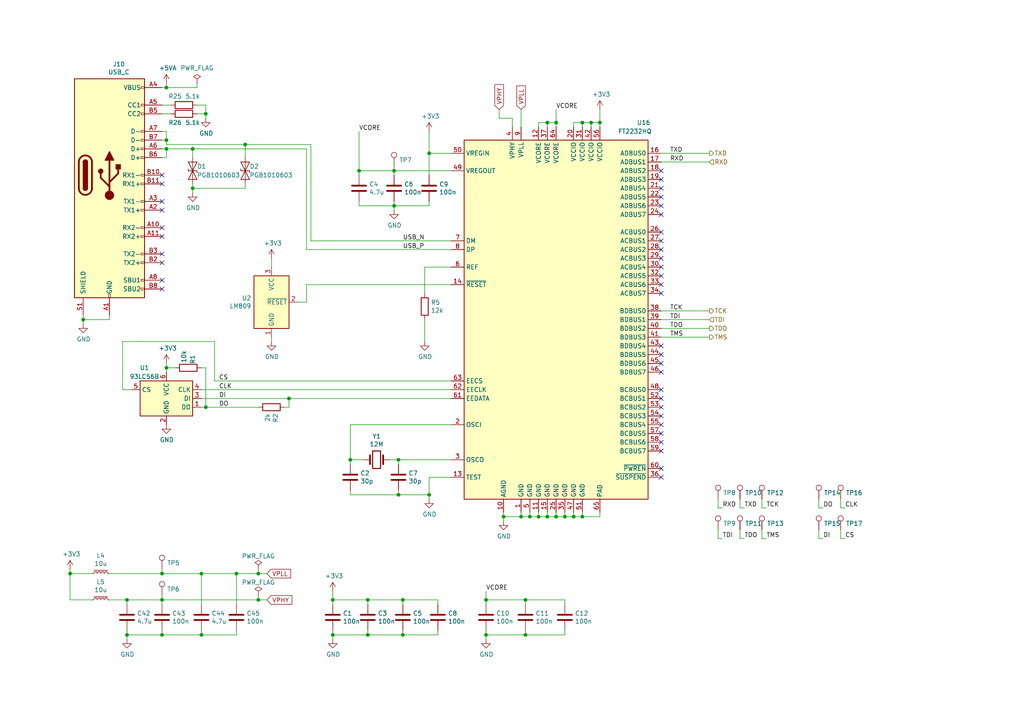
<source format=kicad_sch>
(kicad_sch (version 20250114) (generator "eeschema") (generator_version "9.0")
  (paper "A4")
  (title_block (title "TDS Transmitter - USB") (date "2025-02-17") (company "(C) 2025 ETH Zurich, Y. Acremann") (comment 1 "License:  GNU public license v. 3.0"))
  (lib_symbols
    (symbol "Connector:TestPoint" (pin_numbers (hide yes)) (pin_names (offset 0.762) (hide yes))
      (property "Reference" "TP" (at 0 6.858 0))
      (property "Value" "Connector_TestPoint" (at 0 5.08 0))
      (symbol "TestPoint_0_1"
        (circle (center 0 3.302) (radius 0.762))
      )
      (symbol "TestPoint_1_1"
        (pin passive line (at 0 0 90) (length 2.54) (name "1") (number "1"))
      )
    )
    (symbol "Device:C" (pin_numbers (hide yes)) (pin_names (offset 0.254))
      (property "Reference" "C" (at 0.635 2.54 0))
      (property "Value" "Device_C" (at 0.635 -2.54 0))
      (symbol "C_0_1"
        (polyline (pts (xy -2.032 0.762) (xy 2.032 0.762)) (stroke (width 0.508)))
        (polyline (pts (xy -2.032 -0.762) (xy 2.032 -0.762)) (stroke (width 0.508)))
      )
      (symbol "C_1_1"
        (pin passive line (at 0 3.81 270) (length 2.794) (name "~") (number "1"))
        (pin passive line (at 0 -3.81 90) (length 2.794) (name "~") (number "2"))
      )
    )
    (symbol "Device:Crystal" (pin_numbers (hide yes)) (pin_names (offset 1.016) (hide yes))
      (property "Reference" "Y" (at 0 3.81 0))
      (property "Value" "Device_Crystal" (at 0 -3.81 0))
      (symbol "Crystal_0_1"
        (polyline (pts (xy -2.54 0) (xy -1.905 0)))
        (polyline (pts (xy -1.905 -1.27) (xy -1.905 1.27)) (stroke (width 0.508)))
        (rectangle (start -1.143 2.54) (end 1.143 -2.54) (stroke (width 0.3048)))
        (polyline (pts (xy 1.905 -1.27) (xy 1.905 1.27)) (stroke (width 0.508)))
        (polyline (pts (xy 2.54 0) (xy 1.905 0)))
      )
      (symbol "Crystal_1_1"
        (pin passive line (at -3.81 0 0) (length 1.27) (name "1") (number "1"))
        (pin passive line (at 3.81 0 180) (length 1.27) (name "2") (number "2"))
      )
    )
    (symbol "Device:D_TVS" (pin_numbers (hide yes)) (pin_names (offset 1.016) (hide yes))
      (property "Reference" "D" (at 0 2.54 0))
      (property "Value" "Device_D_TVS" (at 0 -2.54 0))
      (symbol "D_TVS_0_1"
        (polyline (pts (xy -2.54 -1.27) (xy 0 0) (xy -2.54 1.27) (xy -2.54 -1.27)) (stroke (width 0.2032)))
        (polyline (pts (xy 0.508 1.27) (xy 0 1.27) (xy 0 -1.27) (xy -0.508 -1.27)) (stroke (width 0.2032)))
        (polyline (pts (xy 1.27 0) (xy -1.27 0)))
        (polyline (pts (xy 2.54 1.27) (xy 2.54 -1.27) (xy 0 0) (xy 2.54 1.27)) (stroke (width 0.2032)))
      )
      (symbol "D_TVS_1_1"
        (pin passive line (at -3.81 0 0) (length 2.54) (name "A1") (number "1"))
        (pin passive line (at 3.81 0 180) (length 2.54) (name "A2") (number "2"))
      )
    )
    (symbol "Device:L_Core_Ferrite_Small" (pin_numbers (hide yes)) (pin_names (offset 0.254) (hide yes))
      (property "Reference" "L" (at 1.27 1.016 0))
      (property "Value" "Device_L_Core_Ferrite_Small" (at 1.27 -1.27 0))
      (symbol "L_Core_Ferrite_Small_0_1"
        (arc (start 0 2.032) (mid 0.5058 1.524) (end 0 1.016))
        (arc (start 0 1.016) (mid 0.5058 0.508) (end 0 0))
        (arc (start 0 0) (mid 0.5058 -0.508) (end 0 -1.016))
        (arc (start 0 -1.016) (mid 0.5058 -1.524) (end 0 -2.032))
        (polyline (pts (xy 0.762 1.651) (xy 0.762 1.905)))
        (polyline (pts (xy 0.762 1.143) (xy 0.762 1.397)))
        (polyline (pts (xy 0.762 0.635) (xy 0.762 0.889)))
        (polyline (pts (xy 0.762 0.127) (xy 0.762 0.381)))
        (polyline (pts (xy 0.762 -0.381) (xy 0.762 -0.127)))
        (polyline (pts (xy 0.762 -0.889) (xy 0.762 -0.635)))
        (polyline (pts (xy 0.762 -1.397) (xy 0.762 -1.143)))
        (polyline (pts (xy 0.762 -1.905) (xy 0.762 -1.651)))
        (polyline (pts (xy 1.016 1.905) (xy 1.016 1.651)))
        (polyline (pts (xy 1.016 1.397) (xy 1.016 1.143)))
        (polyline (pts (xy 1.016 0.889) (xy 1.016 0.635)))
        (polyline (pts (xy 1.016 0.381) (xy 1.016 0.127)))
        (polyline (pts (xy 1.016 -0.127) (xy 1.016 -0.381)))
        (polyline (pts (xy 1.016 -0.635) (xy 1.016 -0.889)))
        (polyline (pts (xy 1.016 -1.143) (xy 1.016 -1.397)))
        (polyline (pts (xy 1.016 -1.651) (xy 1.016 -1.905)))
      )
      (symbol "L_Core_Ferrite_Small_1_1"
        (pin passive line (at 0 2.54 270) (length 0.508) (name "~") (number "1"))
        (pin passive line (at 0 -2.54 90) (length 0.508) (name "~") (number "2"))
      )
    )
    (symbol "Device:R" (pin_numbers (hide yes)) (pin_names (offset 0))
      (property "Reference" "R" (at 2.032 0 90))
      (property "Value" "Device_R" (at 0 0 90))
      (symbol "R_0_1"
        (rectangle (start -1.016 -2.54) (end 1.016 2.54) (stroke (width 0.254)))
      )
      (symbol "R_1_1"
        (pin passive line (at 0 3.81 270) (length 1.27) (name "~") (number "1"))
        (pin passive line (at 0 -3.81 90) (length 1.27) (name "~") (number "2"))
      )
    )
    (symbol "FT2232HQ:FT2232HQ"
      (property "Reference" "U" (at -26.67 53.34 0))
      (property "Value" "FT2232HQ" (at 19.05 53.34 0))
      (symbol "FT2232HQ_0_1"
        (rectangle (start -26.67 -52.07) (end 26.67 52.07) (stroke (width 0.254)) (fill (type background)))
      )
      (symbol "FT2232HQ_1_1"
        (pin power_in line (at -30.48 48.26 0) (length 3.81) (name "VREGIN") (number "50"))
        (pin power_out line (at -30.48 43.18 0) (length 3.81) (name "VREGOUT") (number "49"))
        (pin bidirectional line (at -30.48 22.86 0) (length 3.81) (name "DM") (number "7"))
        (pin bidirectional line (at -30.48 20.32 0) (length 3.81) (name "DP") (number "8"))
        (pin output line (at -30.48 15.24 0) (length 3.81) (name "REF") (number "6"))
        (pin input line (at -30.48 10.16 0) (length 3.81) (name "~{RESET}") (number "14"))
        (pin output line (at -30.48 -17.78 0) (length 3.81) (name "EECS") (number "63"))
        (pin output line (at -30.48 -20.32 0) (length 3.81) (name "EECLK") (number "62"))
        (pin bidirectional line (at -30.48 -22.86 0) (length 3.81) (name "EEDATA") (number "61"))
        (pin input line (at -30.48 -30.48 0) (length 3.81) (name "OSCI") (number "2"))
        (pin output line (at -30.48 -40.64 0) (length 3.81) (name "OSCO") (number "3"))
        (pin input line (at -30.48 -45.72 0) (length 3.81) (name "TEST") (number "13"))
        (pin power_in line (at -15.24 -55.88 90) (length 3.81) (name "AGND") (number "10"))
        (pin power_in line (at -12.7 55.88 270) (length 3.81) (name "VPHY") (number "4"))
        (pin input line (at -10.16 55.88 270) (length 3.81) (name "VPLL") (number "9"))
        (pin power_in line (at -10.16 -55.88 90) (length 3.81) (name "GND") (number "1"))
        (pin power_in line (at -7.62 -55.88 90) (length 3.81) (name "GND") (number "5"))
        (pin power_in line (at -5.08 55.88 270) (length 3.81) (name "VCORE") (number "12"))
        (pin power_in line (at -5.08 -55.88 90) (length 3.81) (name "GND") (number "11"))
        (pin power_in line (at -2.54 55.88 270) (length 3.81) (name "VCORE") (number "37"))
        (pin power_in line (at -2.54 -55.88 90) (length 3.81) (name "GND") (number "15"))
        (pin power_in line (at 0 55.88 270) (length 3.81) (name "VCORE") (number "64"))
        (pin power_in line (at 0 -55.88 90) (length 3.81) (name "GND") (number "25"))
        (pin power_in line (at 2.54 -55.88 90) (length 3.81) (name "GND") (number "35"))
        (pin power_in line (at 5.08 55.88 270) (length 3.81) (name "VCCIO") (number "20"))
        (pin power_in line (at 5.08 -55.88 90) (length 3.81) (name "GND") (number "47"))
        (pin power_in line (at 7.62 55.88 270) (length 3.81) (name "VCCIO") (number "31"))
        (pin power_in line (at 7.62 -55.88 90) (length 3.81) (name "GND") (number "51"))
        (pin power_in line (at 10.16 55.88 270) (length 3.81) (name "VCCIO") (number "42"))
        (pin power_in line (at 12.7 55.88 270) (length 3.81) (name "VCCIO") (number "56"))
        (pin power_in line (at 12.7 -55.88 90) (length 3.81) (name "PAD") (number "65"))
        (pin bidirectional line (at 30.48 48.26 180) (length 3.81) (name "ADBUS0") (number "16"))
        (pin bidirectional line (at 30.48 45.72 180) (length 3.81) (name "ADBUS1") (number "17"))
        (pin bidirectional line (at 30.48 43.18 180) (length 3.81) (name "ADBUS2") (number "18"))
        (pin bidirectional line (at 30.48 40.64 180) (length 3.81) (name "ADBUS3") (number "19"))
        (pin bidirectional line (at 30.48 38.1 180) (length 3.81) (name "ADBUS4") (number "21"))
        (pin bidirectional line (at 30.48 35.56 180) (length 3.81) (name "ADBUS5") (number "22"))
        (pin bidirectional line (at 30.48 33.02 180) (length 3.81) (name "ADBUS6") (number "23"))
        (pin bidirectional line (at 30.48 30.48 180) (length 3.81) (name "ADBUS7") (number "24"))
        (pin bidirectional line (at 30.48 25.4 180) (length 3.81) (name "ACBUS0") (number "26"))
        (pin bidirectional line (at 30.48 22.86 180) (length 3.81) (name "ACBUS1") (number "27"))
        (pin bidirectional line (at 30.48 20.32 180) (length 3.81) (name "ACBUS2") (number "28"))
        (pin bidirectional line (at 30.48 17.78 180) (length 3.81) (name "ACBUS3") (number "29"))
        (pin bidirectional line (at 30.48 15.24 180) (length 3.81) (name "ACBUS4") (number "30"))
        (pin bidirectional line (at 30.48 12.7 180) (length 3.81) (name "ACBUS5") (number "32"))
        (pin bidirectional line (at 30.48 10.16 180) (length 3.81) (name "ACBUS6") (number "33"))
        (pin bidirectional line (at 30.48 7.62 180) (length 3.81) (name "ACBUS7") (number "34"))
        (pin bidirectional line (at 30.48 2.54 180) (length 3.81) (name "BDBUS0") (number "38"))
        (pin bidirectional line (at 30.48 0 180) (length 3.81) (name "BDBUS1") (number "39"))
        (pin bidirectional line (at 30.48 -2.54 180) (length 3.81) (name "BDBUS2") (number "40"))
        (pin bidirectional line (at 30.48 -5.08 180) (length 3.81) (name "BDBUS3") (number "41"))
        (pin bidirectional line (at 30.48 -7.62 180) (length 3.81) (name "BDBUS4") (number "43"))
        (pin bidirectional line (at 30.48 -10.16 180) (length 3.81) (name "BDBUS5") (number "44"))
        (pin bidirectional line (at 30.48 -12.7 180) (length 3.81) (name "BDBUS6") (number "45"))
        (pin bidirectional line (at 30.48 -15.24 180) (length 3.81) (name "BDBUS7") (number "46"))
        (pin bidirectional line (at 30.48 -20.32 180) (length 3.81) (name "BCBUS0") (number "48"))
        (pin bidirectional line (at 30.48 -22.86 180) (length 3.81) (name "BCBUS1") (number "52"))
        (pin bidirectional line (at 30.48 -25.4 180) (length 3.81) (name "BCBUS2") (number "53"))
        (pin bidirectional line (at 30.48 -27.94 180) (length 3.81) (name "BCBUS3") (number "54"))
        (pin bidirectional line (at 30.48 -30.48 180) (length 3.81) (name "BCBUS4") (number "55"))
        (pin bidirectional line (at 30.48 -33.02 180) (length 3.81) (name "BCBUS5") (number "57"))
        (pin bidirectional line (at 30.48 -35.56 180) (length 3.81) (name "BCBUS6") (number "58"))
        (pin bidirectional line (at 30.48 -38.1 180) (length 3.81) (name "BCBUS7") (number "59"))
        (pin output line (at 30.48 -43.18 180) (length 3.81) (name "~{PWREN}") (number "60"))
        (pin output line (at 30.48 -45.72 180) (length 3.81) (name "~{SUSPEND}") (number "36"))
      )
    )
    (symbol "Memory_EEPROM:93LCxxBxxOT"
      (property "Reference" "U" (at -6.35 6.35 0))
      (property "Value" "Memory_EEPROM_93LCxxBxxOT" (at 7.62 -6.35 0))
      (symbol "93LCxxBxxOT_0_1"
        (rectangle (start -7.62 5.08) (end 7.62 -5.08) (stroke (width 0.254)) (fill (type background)))
      )
      (symbol "93LCxxBxxOT_1_1"
        (pin input line (at -10.16 2.54 0) (length 2.54) (name "CS") (number "5"))
        (pin power_in line (at 0 7.62 270) (length 2.54) (name "VCC") (number "6"))
        (pin power_in line (at 0 -7.62 90) (length 2.54) (name "GND") (number "2"))
        (pin input line (at 10.16 2.54 180) (length 2.54) (name "CLK") (number "4"))
        (pin input line (at 10.16 0 180) (length 2.54) (name "DI") (number "3"))
        (pin tri_state line (at 10.16 -2.54 180) (length 2.54) (name "DO") (number "1"))
      )
    )
    (symbol "Power_Supervisor:LM809"
      (property "Reference" "U" (at 2.54 12.7 0))
      (property "Value" "Power_Supervisor_LM809" (at 5.08 10.16 0))
      (symbol "LM809_0_1"
        (rectangle (start 5.08 7.62) (end -5.08 -7.62) (stroke (width 0.254)) (fill (type background)))
      )
      (symbol "LM809_1_1"
        (pin power_in line (at 0 10.16 270) (length 2.54) (name "VCC") (number "3"))
        (pin power_in line (at 0 -10.16 90) (length 2.54) (name "GND") (number "1"))
        (pin output line (at 7.62 0 180) (length 2.54) (name "~{RESET}") (number "2"))
      )
    )
    (symbol "Transmitter-rescue:USB_C_Receptacle-Connector" (pin_names (offset 1.016))
      (property "Reference" "J" (at -10.16 29.21 0))
      (property "Value" "USB_C_Receptacle-Connector" (at 10.16 29.21 0))
      (symbol "USB_C_Receptacle-Connector_0_0"
        (rectangle (start -0.254 -35.56) (end 0.254 -34.544))
        (rectangle (start 10.16 25.654) (end 9.144 25.146))
        (rectangle (start 10.16 20.574) (end 9.144 20.066))
        (rectangle (start 10.16 18.034) (end 9.144 17.526))
        (rectangle (start 10.16 12.954) (end 9.144 12.446))
        (rectangle (start 10.16 10.414) (end 9.144 9.906))
        (rectangle (start 10.16 7.874) (end 9.144 7.366))
        (rectangle (start 10.16 5.334) (end 9.144 4.826))
        (rectangle (start 10.16 0.254) (end 9.144 -0.254))
        (rectangle (start 10.16 -2.286) (end 9.144 -2.794))
        (rectangle (start 10.16 -7.366) (end 9.144 -7.874))
        (rectangle (start 10.16 -9.906) (end 9.144 -10.414))
        (rectangle (start 10.16 -14.986) (end 9.144 -15.494))
        (rectangle (start 10.16 -17.526) (end 9.144 -18.034))
        (rectangle (start 10.16 -22.606) (end 9.144 -23.114))
        (rectangle (start 10.16 -25.146) (end 9.144 -25.654))
        (rectangle (start 10.16 -30.226) (end 9.144 -30.734))
        (rectangle (start 10.16 -32.766) (end 9.144 -33.274))
      )
      (symbol "USB_C_Receptacle-Connector_0_1"
        (rectangle (start -10.16 27.94) (end 10.16 -35.56) (stroke (width 0.254)) (fill (type background)))
        (polyline (pts (xy -8.89 -3.81) (xy -8.89 3.81)) (stroke (width 0.508)))
        (rectangle (start -7.62 -3.81) (end -6.35 3.81) (stroke (width 0.254)) (fill (type outline)))
        (arc (start -7.62 3.81) (mid -6.985 4.4422) (end -6.35 3.81) (stroke (width 0.254)))
        (arc (start -7.62 3.81) (mid -6.985 4.4422) (end -6.35 3.81) (stroke (width 0.254)) (fill (type outline)))
        (arc (start -8.89 3.81) (mid -6.985 5.7066) (end -5.08 3.81) (stroke (width 0.508)))
        (arc (start -5.08 -3.81) (mid -6.985 -5.7066) (end -8.89 -3.81) (stroke (width 0.508)))
        (arc (start -6.35 -3.81) (mid -6.985 -4.4422) (end -7.62 -3.81) (stroke (width 0.254)))
        (arc (start -6.35 -3.81) (mid -6.985 -4.4422) (end -7.62 -3.81) (stroke (width 0.254)) (fill (type outline)))
        (polyline (pts (xy -5.08 3.81) (xy -5.08 -3.81)) (stroke (width 0.508)))
      )
      (symbol "USB_C_Receptacle-Connector_1_1"
        (circle (center -2.54 1.143) (radius 0.635) (stroke (width 0.254)) (fill (type outline)))
        (polyline (pts (xy -1.27 4.318) (xy 0 6.858) (xy 1.27 4.318) (xy -1.27 4.318)) (stroke (width 0.254)) (fill (type outline)))
        (polyline (pts (xy 0 -2.032) (xy 2.54 0.508) (xy 2.54 1.778)) (stroke (width 0.508)))
        (polyline (pts (xy 0 -3.302) (xy -2.54 -0.762) (xy -2.54 0.508)) (stroke (width 0.508)))
        (polyline (pts (xy 0 -5.842) (xy 0 4.318)) (stroke (width 0.508)))
        (circle (center 0 -5.842) (radius 1.27) (fill (type outline)))
        (rectangle (start 1.905 1.778) (end 3.175 3.048) (stroke (width 0.254)) (fill (type outline)))
        (pin passive line (at -7.62 -40.64 90) (length 5.08) (name "SHIELD") (number "S1"))
        (pin power_in line (at 0 -40.64 90) (length 5.08) (name "GND") (number "A1"))
        (pin passive line (at 0 -40.64 90) (length 5.08) (hide yes) (name "GND") (number "A12"))
        (pin passive line (at 0 -40.64 90) (length 5.08) (hide yes) (name "GND") (number "B1"))
        (pin passive line (at 0 -40.64 90) (length 5.08) (hide yes) (name "GND") (number "B12"))
        (pin power_in line (at 15.24 25.4 180) (length 5.08) (name "VBUS") (number "A4"))
        (pin passive line (at 15.24 25.4 180) (length 5.08) (hide yes) (name "VBUS") (number "A9"))
        (pin passive line (at 15.24 25.4 180) (length 5.08) (hide yes) (name "VBUS") (number "B4"))
        (pin passive line (at 15.24 25.4 180) (length 5.08) (hide yes) (name "VBUS") (number "B9"))
        (pin bidirectional line (at 15.24 20.32 180) (length 5.08) (name "CC1") (number "A5"))
        (pin bidirectional line (at 15.24 17.78 180) (length 5.08) (name "CC2") (number "B5"))
        (pin bidirectional line (at 15.24 12.7 180) (length 5.08) (name "D-") (number "A7"))
        (pin bidirectional line (at 15.24 10.16 180) (length 5.08) (name "D-") (number "B7"))
        (pin bidirectional line (at 15.24 7.62 180) (length 5.08) (name "D+") (number "A6"))
        (pin bidirectional line (at 15.24 5.08 180) (length 5.08) (name "D+") (number "B6"))
        (pin bidirectional line (at 15.24 0 180) (length 5.08) (name "RX1-") (number "B10"))
        (pin bidirectional line (at 15.24 -2.54 180) (length 5.08) (name "RX1+") (number "B11"))
        (pin bidirectional line (at 15.24 -7.62 180) (length 5.08) (name "TX1-") (number "A3"))
        (pin bidirectional line (at 15.24 -10.16 180) (length 5.08) (name "TX1+") (number "A2"))
        (pin bidirectional line (at 15.24 -15.24 180) (length 5.08) (name "RX2-") (number "A10"))
        (pin bidirectional line (at 15.24 -17.78 180) (length 5.08) (name "RX2+") (number "A11"))
        (pin bidirectional line (at 15.24 -22.86 180) (length 5.08) (name "TX2-") (number "B3"))
        (pin bidirectional line (at 15.24 -25.4 180) (length 5.08) (name "TX2+") (number "B2"))
        (pin bidirectional line (at 15.24 -30.48 180) (length 5.08) (name "SBU1") (number "A8"))
        (pin bidirectional line (at 15.24 -33.02 180) (length 5.08) (name "SBU2") (number "B8"))
      )
    )
    (symbol "power:+3.3V" (power) (pin_names (offset 0))
      (property "Value" "power_+3.3V" (at 0 3.556 0))
      (symbol "+3.3V_0_1"
        (polyline (pts (xy -0.762 1.27) (xy 0 2.54)))
        (polyline (pts (xy 0 2.54) (xy 0.762 1.27)))
        (polyline (pts (xy 0 0) (xy 0 2.54)))
      )
      (symbol "+3.3V_1_1"
        (pin power_in line (at 0 0 90) (length 0) (hide yes) (name "+3V3") (number "1"))
      )
    )
    (symbol "power:+5VA" (power) (pin_names (offset 0))
      (property "Value" "power_+5VA" (at 0 3.556 0))
      (symbol "+5VA_0_1"
        (polyline (pts (xy -0.762 1.27) (xy 0 2.54)))
        (polyline (pts (xy 0 2.54) (xy 0.762 1.27)))
        (polyline (pts (xy 0 0) (xy 0 2.54)))
      )
      (symbol "+5VA_1_1"
        (pin power_in line (at 0 0 90) (length 0) (hide yes) (name "+5VA") (number "1"))
      )
    )
    (symbol "power:GND" (power) (pin_names (offset 0))
      (property "Value" "power_GND" (at 0 -3.81 0))
      (symbol "GND_0_1"
        (polyline (pts (xy 0 0) (xy 0 -1.27) (xy 1.27 -1.27) (xy 0 -2.54) (xy -1.27 -1.27) (xy 0 -1.27)))
      )
      (symbol "GND_1_1"
        (pin power_in line (at 0 0 270) (length 0) (hide yes) (name "GND") (number "1"))
      )
    )
    (symbol "power:PWR_FLAG" (power) (pin_numbers (hide yes)) (pin_names (offset 0) (hide yes))
      (property "Value" "power_PWR_FLAG" (at 0 3.81 0))
      (symbol "PWR_FLAG_0_0"
        (pin power_out line (at 0 0 90) (length 0) (name "pwr") (number "1"))
      )
      (symbol "PWR_FLAG_0_1"
        (polyline (pts (xy 0 0) (xy 0 1.27) (xy -1.016 1.905) (xy 0 2.54) (xy 1.016 1.905) (xy 0 1.27)))
      )
    )
  )
  (junction (at 46.99 173.99))
  (junction (at 158.75 35.56))
  (junction (at 20.32 166.37))
  (junction (at 116.84 173.99))
  (junction (at 55.88 54.61))
  (junction (at 140.97 184.15))
  (junction (at 168.91 35.56))
  (junction (at 55.88 43.18))
  (junction (at 115.57 143.51))
  (junction (at 115.57 133.35))
  (junction (at 166.37 149.86))
  (junction (at 36.83 184.15))
  (junction (at 146.05 149.86))
  (junction (at 96.52 173.99))
  (junction (at 153.67 149.86))
  (junction (at 59.69 33.02))
  (junction (at 48.26 25.4))
  (junction (at 48.26 43.18))
  (junction (at 161.29 149.86))
  (junction (at 124.46 44.45))
  (junction (at 124.46 143.51))
  (junction (at 48.26 40.64))
  (junction (at 171.45 35.56))
  (junction (at 36.83 173.99))
  (junction (at 168.91 149.86))
  (junction (at 106.68 173.99))
  (junction (at 46.99 166.37))
  (junction (at 152.4 184.15))
  (junction (at 152.4 173.99))
  (junction (at 161.29 35.56))
  (junction (at 48.26 106.68))
  (junction (at 163.83 149.86))
  (junction (at 71.12 41.91))
  (junction (at 46.99 184.15))
  (junction (at 114.3 49.53))
  (junction (at 58.42 184.15))
  (junction (at 114.3 59.69))
  (junction (at 74.93 166.37))
  (junction (at 106.68 184.15))
  (junction (at 158.75 149.86))
  (junction (at 59.69 118.11))
  (junction (at 173.99 35.56))
  (junction (at 68.58 166.37))
  (junction (at 101.6 133.35))
  (junction (at 151.13 149.86))
  (junction (at 24.13 92.71))
  (junction (at 140.97 173.99))
  (junction (at 116.84 184.15))
  (junction (at 83.82 115.57))
  (junction (at 74.93 173.99))
  (junction (at 156.21 149.86))
  (junction (at 58.42 166.37))
  (junction (at 96.52 184.15))
  (junction (at 104.14 49.53))
  (no_connect (at 191.77 118.11))
  (no_connect (at 191.77 80.01))
  (no_connect (at 191.77 62.23))
  (no_connect (at 191.77 67.31))
  (no_connect (at 46.99 58.42))
  (no_connect (at 191.77 105.41))
  (no_connect (at 46.99 81.28))
  (no_connect (at 191.77 115.57))
  (no_connect (at 46.99 50.8))
  (no_connect (at 191.77 113.03))
  (no_connect (at 191.77 128.27))
  (no_connect (at 46.99 73.66))
  (no_connect (at 46.99 83.82))
  (no_connect (at 46.99 68.58))
  (no_connect (at 191.77 74.93))
  (no_connect (at 191.77 52.07))
  (no_connect (at 191.77 85.09))
  (no_connect (at 191.77 138.43))
  (no_connect (at 46.99 76.2))
  (no_connect (at 46.99 53.34))
  (no_connect (at 191.77 120.65))
  (no_connect (at 191.77 57.15))
  (no_connect (at 191.77 54.61))
  (no_connect (at 191.77 130.81))
  (no_connect (at 191.77 72.39))
  (no_connect (at 191.77 135.89))
  (no_connect (at 191.77 69.85))
  (no_connect (at 46.99 66.04))
  (no_connect (at 191.77 77.47))
  (no_connect (at 191.77 123.19))
  (no_connect (at 191.77 100.33))
  (no_connect (at 191.77 107.95))
  (no_connect (at 191.77 125.73))
  (no_connect (at 191.77 49.53))
  (no_connect (at 46.99 60.96))
  (no_connect (at 191.77 102.87))
  (no_connect (at 191.77 82.55))
  (no_connect (at 191.77 59.69))
  (wire (pts (xy 74.93 166.37) (xy 77.47 166.37)))
  (wire (pts (xy 24.13 92.71) (xy 31.75 92.71)))
  (wire (pts (xy 101.6 133.35) (xy 105.41 133.35)))
  (wire (pts (xy 161.29 148.59) (xy 161.29 149.86)))
  (wire (pts (xy 68.58 182.88) (xy 68.58 184.15)))
  (wire (pts (xy 57.15 24.13) (xy 57.15 25.4)))
  (wire (pts (xy 48.26 43.18) (xy 48.26 45.72)))
  (wire (pts (xy 71.12 41.91) (xy 90.17 41.91)))
  (wire (pts (xy 214.63 147.32) (xy 215.9 147.32)))
  (wire (pts (xy 48.26 40.64) (xy 46.99 40.64)))
  (wire (pts (xy 57.15 30.48) (xy 59.69 30.48)))
  (wire (pts (xy 62.23 110.49) (xy 130.81 110.49)))
  (wire (pts (xy 46.99 184.15) (xy 36.83 184.15)))
  (wire (pts (xy 48.26 41.91) (xy 48.26 40.64)))
  (wire (pts (xy 151.13 36.83) (xy 151.13 31.75)))
  (wire (pts (xy 46.99 172.72) (xy 46.99 173.99)))
  (wire (pts (xy 163.83 184.15) (xy 152.4 184.15)))
  (wire (pts (xy 59.69 30.48) (xy 59.69 33.02)))
  (wire (pts (xy 106.68 184.15) (xy 116.84 184.15)))
  (wire (pts (xy 140.97 173.99) (xy 140.97 175.26)))
  (wire (pts (xy 116.84 173.99) (xy 106.68 173.99)))
  (wire (pts (xy 130.81 69.85) (xy 90.17 69.85)))
  (wire (pts (xy 101.6 123.19) (xy 130.81 123.19)))
  (wire (pts (xy 158.75 36.83) (xy 158.75 35.56)))
  (wire (pts (xy 88.9 72.39) (xy 130.81 72.39)))
  (wire (pts (xy 46.99 182.88) (xy 46.99 184.15)))
  (wire (pts (xy 123.19 77.47) (xy 123.19 85.09)))
  (wire (pts (xy 62.23 99.06) (xy 62.23 110.49)))
  (wire (pts (xy 191.77 46.99) (xy 205.74 46.99)))
  (wire (pts (xy 123.19 92.71) (xy 123.19 99.06)))
  (wire (pts (xy 124.46 44.45) (xy 130.81 44.45)))
  (wire (pts (xy 104.14 58.42) (xy 104.14 59.69)))
  (wire (pts (xy 209.55 147.32) (xy 208.28 147.32)))
  (wire (pts (xy 140.97 171.45) (xy 140.97 173.99)))
  (wire (pts (xy 24.13 91.44) (xy 24.13 92.71)))
  (wire (pts (xy 20.32 166.37) (xy 20.32 173.99)))
  (wire (pts (xy 140.97 184.15) (xy 140.97 185.42)))
  (wire (pts (xy 46.99 166.37) (xy 58.42 166.37)))
  (wire (pts (xy 48.26 25.4) (xy 46.99 25.4)))
  (wire (pts (xy 171.45 36.83) (xy 171.45 35.56)))
  (wire (pts (xy 55.88 43.18) (xy 88.9 43.18)))
  (wire (pts (xy 46.99 173.99) (xy 46.99 175.26)))
  (wire (pts (xy 124.46 138.43) (xy 124.46 143.51)))
  (wire (pts (xy 114.3 49.53) (xy 130.81 49.53)))
  (wire (pts (xy 83.82 115.57) (xy 58.42 115.57)))
  (wire (pts (xy 36.83 173.99) (xy 36.83 175.26)))
  (wire (pts (xy 46.99 43.18) (xy 48.26 43.18)))
  (wire (pts (xy 148.59 34.29) (xy 144.78 34.29)))
  (wire (pts (xy 168.91 148.59) (xy 168.91 149.86)))
  (wire (pts (xy 96.52 185.42) (xy 96.52 184.15)))
  (wire (pts (xy 191.77 97.79) (xy 205.74 97.79)))
  (wire (pts (xy 127 184.15) (xy 116.84 184.15)))
  (wire (pts (xy 113.03 133.35) (xy 115.57 133.35)))
  (wire (pts (xy 36.83 184.15) (xy 36.83 185.42)))
  (wire (pts (xy 151.13 148.59) (xy 151.13 149.86)))
  (wire (pts (xy 115.57 142.24) (xy 115.57 143.51)))
  (wire (pts (xy 127 182.88) (xy 127 184.15)))
  (wire (pts (xy 74.93 165.1) (xy 74.93 166.37)))
  (wire (pts (xy 220.98 147.32) (xy 222.25 147.32)))
  (wire (pts (xy 48.26 41.91) (xy 71.12 41.91)))
  (wire (pts (xy 55.88 45.72) (xy 55.88 43.18)))
  (wire (pts (xy 243.84 147.32) (xy 245.11 147.32)))
  (wire (pts (xy 124.46 44.45) (xy 124.46 50.8)))
  (wire (pts (xy 116.84 182.88) (xy 116.84 184.15)))
  (wire (pts (xy 144.78 34.29) (xy 144.78 31.75)))
  (wire (pts (xy 130.81 77.47) (xy 123.19 77.47)))
  (wire (pts (xy 140.97 173.99) (xy 152.4 173.99)))
  (wire (pts (xy 48.26 24.13) (xy 48.26 25.4)))
  (wire (pts (xy 114.3 59.69) (xy 114.3 60.96)))
  (wire (pts (xy 173.99 36.83) (xy 173.99 35.56)))
  (wire (pts (xy 163.83 149.86) (xy 163.83 148.59)))
  (wire (pts (xy 48.26 106.68) (xy 48.26 107.95)))
  (wire (pts (xy 31.75 92.71) (xy 31.75 91.44)))
  (wire (pts (xy 156.21 148.59) (xy 156.21 149.86)))
  (wire (pts (xy 88.9 82.55) (xy 130.81 82.55)))
  (wire (pts (xy 168.91 36.83) (xy 168.91 35.56)))
  (wire (pts (xy 82.55 118.11) (xy 83.82 118.11)))
  (wire (pts (xy 35.56 99.06) (xy 62.23 99.06)))
  (wire (pts (xy 101.6 143.51) (xy 115.57 143.51)))
  (wire (pts (xy 48.26 43.18) (xy 55.88 43.18)))
  (wire (pts (xy 36.83 173.99) (xy 46.99 173.99)))
  (wire (pts (xy 208.28 153.67) (xy 208.28 156.21)))
  (wire (pts (xy 166.37 148.59) (xy 166.37 149.86)))
  (wire (pts (xy 59.69 33.02) (xy 59.69 34.29)))
  (wire (pts (xy 152.4 182.88) (xy 152.4 184.15)))
  (wire (pts (xy 31.75 166.37) (xy 46.99 166.37)))
  (wire (pts (xy 114.3 58.42) (xy 114.3 59.69)))
  (wire (pts (xy 83.82 118.11) (xy 83.82 115.57)))
  (wire (pts (xy 163.83 182.88) (xy 163.83 184.15)))
  (wire (pts (xy 166.37 149.86) (xy 163.83 149.86)))
  (wire (pts (xy 83.82 115.57) (xy 130.81 115.57)))
  (wire (pts (xy 161.29 31.75) (xy 161.29 35.56)))
  (wire (pts (xy 35.56 99.06) (xy 35.56 113.03)))
  (wire (pts (xy 163.83 149.86) (xy 161.29 149.86)))
  (wire (pts (xy 146.05 149.86) (xy 146.05 151.13)))
  (wire (pts (xy 124.46 59.69) (xy 114.3 59.69)))
  (wire (pts (xy 106.68 173.99) (xy 96.52 173.99)))
  (wire (pts (xy 115.57 133.35) (xy 115.57 134.62)))
  (wire (pts (xy 116.84 175.26) (xy 116.84 173.99)))
  (wire (pts (xy 55.88 54.61) (xy 55.88 55.88)))
  (wire (pts (xy 168.91 149.86) (xy 166.37 149.86)))
  (wire (pts (xy 237.49 144.78) (xy 237.49 147.32)))
  (wire (pts (xy 74.93 172.72) (xy 74.93 173.99)))
  (wire (pts (xy 58.42 166.37) (xy 68.58 166.37)))
  (wire (pts (xy 208.28 156.21) (xy 209.55 156.21)))
  (wire (pts (xy 88.9 43.18) (xy 88.9 72.39)))
  (wire (pts (xy 173.99 149.86) (xy 168.91 149.86)))
  (wire (pts (xy 68.58 175.26) (xy 68.58 166.37)))
  (wire (pts (xy 114.3 48.26) (xy 114.3 49.53)))
  (wire (pts (xy 161.29 149.86) (xy 158.75 149.86)))
  (wire (pts (xy 156.21 149.86) (xy 153.67 149.86)))
  (wire (pts (xy 208.28 147.32) (xy 208.28 144.78)))
  (wire (pts (xy 38.1 113.03) (xy 35.56 113.03)))
  (wire (pts (xy 90.17 41.91) (xy 90.17 69.85)))
  (wire (pts (xy 148.59 36.83) (xy 148.59 34.29)))
  (wire (pts (xy 71.12 53.34) (xy 71.12 54.61)))
  (wire (pts (xy 140.97 184.15) (xy 152.4 184.15)))
  (wire (pts (xy 68.58 184.15) (xy 58.42 184.15)))
  (wire (pts (xy 78.74 99.06) (xy 78.74 97.79)))
  (wire (pts (xy 48.26 38.1) (xy 48.26 40.64)))
  (wire (pts (xy 57.15 33.02) (xy 59.69 33.02)))
  (wire (pts (xy 46.99 173.99) (xy 74.93 173.99)))
  (wire (pts (xy 237.49 147.32) (xy 238.76 147.32)))
  (wire (pts (xy 71.12 41.91) (xy 71.12 45.72)))
  (wire (pts (xy 24.13 92.71) (xy 24.13 93.98)))
  (wire (pts (xy 106.68 175.26) (xy 106.68 173.99)))
  (wire (pts (xy 50.8 106.68) (xy 48.26 106.68)))
  (wire (pts (xy 36.83 182.88) (xy 36.83 184.15)))
  (wire (pts (xy 48.26 105.41) (xy 48.26 106.68)))
  (wire (pts (xy 46.99 38.1) (xy 48.26 38.1)))
  (wire (pts (xy 146.05 148.59) (xy 146.05 149.86)))
  (wire (pts (xy 58.42 106.68) (xy 59.69 106.68)))
  (wire (pts (xy 48.26 45.72) (xy 46.99 45.72)))
  (wire (pts (xy 127 175.26) (xy 127 173.99)))
  (wire (pts (xy 58.42 118.11) (xy 59.69 118.11)))
  (wire (pts (xy 55.88 53.34) (xy 55.88 54.61)))
  (wire (pts (xy 243.84 153.67) (xy 243.84 156.21)))
  (wire (pts (xy 58.42 182.88) (xy 58.42 184.15)))
  (wire (pts (xy 191.77 44.45) (xy 205.74 44.45)))
  (wire (pts (xy 106.68 182.88) (xy 106.68 184.15)))
  (wire (pts (xy 46.99 165.1) (xy 46.99 166.37)))
  (wire (pts (xy 68.58 166.37) (xy 74.93 166.37)))
  (wire (pts (xy 86.36 87.63) (xy 88.9 87.63)))
  (wire (pts (xy 191.77 92.71) (xy 205.74 92.71)))
  (wire (pts (xy 58.42 184.15) (xy 46.99 184.15)))
  (wire (pts (xy 115.57 133.35) (xy 130.81 133.35)))
  (wire (pts (xy 88.9 87.63) (xy 88.9 82.55)))
  (wire (pts (xy 153.67 149.86) (xy 151.13 149.86)))
  (wire (pts (xy 46.99 33.02) (xy 49.53 33.02)))
  (wire (pts (xy 166.37 35.56) (xy 168.91 35.56)))
  (wire (pts (xy 124.46 143.51) (xy 124.46 144.78)))
  (wire (pts (xy 171.45 35.56) (xy 173.99 35.56)))
  (wire (pts (xy 237.49 153.67) (xy 237.49 156.21)))
  (wire (pts (xy 104.14 38.1) (xy 104.14 49.53)))
  (wire (pts (xy 101.6 142.24) (xy 101.6 143.51)))
  (wire (pts (xy 168.91 35.56) (xy 171.45 35.56)))
  (wire (pts (xy 163.83 173.99) (xy 163.83 175.26)))
  (wire (pts (xy 220.98 156.21) (xy 222.25 156.21)))
  (wire (pts (xy 151.13 149.86) (xy 146.05 149.86)))
  (wire (pts (xy 59.69 118.11) (xy 74.93 118.11)))
  (wire (pts (xy 20.32 173.99) (xy 26.67 173.99)))
  (wire (pts (xy 152.4 173.99) (xy 152.4 175.26)))
  (wire (pts (xy 58.42 113.03) (xy 130.81 113.03)))
  (wire (pts (xy 166.37 36.83) (xy 166.37 35.56)))
  (wire (pts (xy 124.46 44.45) (xy 124.46 38.1)))
  (wire (pts (xy 49.53 30.48) (xy 46.99 30.48)))
  (wire (pts (xy 140.97 182.88) (xy 140.97 184.15)))
  (wire (pts (xy 124.46 138.43) (xy 130.81 138.43)))
  (wire (pts (xy 104.14 49.53) (xy 104.14 50.8)))
  (wire (pts (xy 124.46 58.42) (xy 124.46 59.69)))
  (wire (pts (xy 101.6 133.35) (xy 101.6 134.62)))
  (wire (pts (xy 237.49 156.21) (xy 238.76 156.21)))
  (wire (pts (xy 152.4 173.99) (xy 163.83 173.99)))
  (wire (pts (xy 20.32 165.1) (xy 20.32 166.37)))
  (wire (pts (xy 220.98 144.78) (xy 220.98 147.32)))
  (wire (pts (xy 173.99 148.59) (xy 173.99 149.86)))
  (wire (pts (xy 127 173.99) (xy 116.84 173.99)))
  (wire (pts (xy 156.21 35.56) (xy 158.75 35.56)))
  (wire (pts (xy 214.63 156.21) (xy 215.9 156.21)))
  (wire (pts (xy 191.77 90.17) (xy 205.74 90.17)))
  (wire (pts (xy 115.57 143.51) (xy 124.46 143.51)))
  (wire (pts (xy 214.63 153.67) (xy 214.63 156.21)))
  (wire (pts (xy 191.77 95.25) (xy 205.74 95.25)))
  (wire (pts (xy 96.52 175.26) (xy 96.52 173.99)))
  (wire (pts (xy 114.3 49.53) (xy 104.14 49.53)))
  (wire (pts (xy 78.74 74.93) (xy 78.74 77.47)))
  (wire (pts (xy 158.75 149.86) (xy 158.75 148.59)))
  (wire (pts (xy 71.12 54.61) (xy 55.88 54.61)))
  (wire (pts (xy 58.42 166.37) (xy 58.42 175.26)))
  (wire (pts (xy 104.14 59.69) (xy 114.3 59.69)))
  (wire (pts (xy 243.84 156.21) (xy 245.11 156.21)))
  (wire (pts (xy 161.29 35.56) (xy 161.29 36.83)))
  (wire (pts (xy 214.63 144.78) (xy 214.63 147.32)))
  (wire (pts (xy 158.75 35.56) (xy 161.29 35.56)))
  (wire (pts (xy 153.67 149.86) (xy 153.67 148.59)))
  (wire (pts (xy 59.69 106.68) (xy 59.69 118.11)))
  (wire (pts (xy 96.52 184.15) (xy 106.68 184.15)))
  (wire (pts (xy 173.99 35.56) (xy 173.99 31.75)))
  (wire (pts (xy 101.6 123.19) (xy 101.6 133.35)))
  (wire (pts (xy 96.52 173.99) (xy 96.52 171.45)))
  (wire (pts (xy 74.93 173.99) (xy 77.47 173.99)))
  (wire (pts (xy 156.21 36.83) (xy 156.21 35.56)))
  (wire (pts (xy 114.3 50.8) (xy 114.3 49.53)))
  (wire (pts (xy 96.52 182.88) (xy 96.52 184.15)))
  (wire (pts (xy 243.84 144.78) (xy 243.84 147.32)))
  (wire (pts (xy 158.75 149.86) (xy 156.21 149.86)))
  (wire (pts (xy 220.98 153.67) (xy 220.98 156.21)))
  (wire (pts (xy 57.15 25.4) (xy 48.26 25.4)))
  (wire (pts (xy 31.75 173.99) (xy 36.83 173.99)))
  (wire (pts (xy 20.32 166.37) (xy 26.67 166.37)))
  (label "TMS" (at 194.31 97.79 0))
  (label "VCORE" (at 140.97 171.45 0))
  (label "RXD" (at 194.31 46.99 0))
  (label "VCORE" (at 161.29 31.75 0))
  (label "TXD" (at 194.31 44.45 0))
  (label "VCORE" (at 104.14 38.1 0))
  (label "DO" (at 238.76 147.32 0))
  (label "TCK" (at 194.31 90.17 0))
  (label "DI" (at 63.5 115.57 0))
  (label "CLK" (at 63.5 113.03 0))
  (label "TDO" (at 215.9 156.21 0))
  (label "CS" (at 245.11 156.21 0))
  (label "CS" (at 63.5 110.49 0))
  (label "USB_P" (at 116.84 72.39 0))
  (label "DI" (at 238.76 156.21 0))
  (label "TCK" (at 222.25 147.32 0))
  (label "TDI" (at 209.55 156.21 0))
  (label "TXD" (at 215.9 147.32 0))
  (label "CLK" (at 245.11 147.32 0))
  (label "TDI" (at 194.31 92.71 0))
  (label "TMS" (at 222.25 156.21 0))
  (label "DO" (at 63.5 118.11 0))
  (label "TDO" (at 194.31 95.25 0))
  (label "USB_N" (at 116.84 69.85 0))
  (label "RXD" (at 209.55 147.32 0))
  (global_label "VPHY" (shape input) (at 77.47 173.99 0) (property "Intersheetrefs" "${INTERSHEET_REFS}" (effects (hide yes))))
  (global_label "VPHY" (shape input) (at 144.78 31.75 90) (property "Intersheetrefs" "${INTERSHEET_REFS}" (effects (hide yes))))
  (global_label "VPLL" (shape input) (at 151.13 31.75 90) (property "Intersheetrefs" "${INTERSHEET_REFS}" (effects (hide yes))))
  (global_label "VPLL" (shape input) (at 77.47 166.37 0) (property "Intersheetrefs" "${INTERSHEET_REFS}" (effects (hide yes))))
  (hierarchical_label "TDI" (shape input) (at 205.74 92.71 0))
  (hierarchical_label "TDO" (shape output) (at 205.74 95.25 0))
  (hierarchical_label "TCK" (shape output) (at 205.74 90.17 0))
  (hierarchical_label "RXD" (shape input) (at 205.74 46.99 0))
  (hierarchical_label "TMS" (shape output) (at 205.74 97.79 0))
  (hierarchical_label "TXD" (shape output) (at 205.74 44.45 0))
  (symbol (lib_id "power:GND") (at 24.13 93.98 0) (unit 1)
    (property "Reference" "#PWR0101" (effects (hide yes)))
    (property "Value" "GND" (at 24.257 98.3742 0))
  )
  (symbol (lib_id "power:+3.3V") (at 173.99 31.75 0) (unit 1)
    (property "Reference" "#PWR0115" (effects (hide yes)))
    (property "Value" "+3V3" (at 174.371 27.3558 0))
  )
  (symbol (lib_id "power:+3.3V") (at 96.52 171.45 0) (unit 1)
    (property "Reference" "#PWR0116" (effects (hide yes)))
    (property "Value" "+3V3" (at 96.901 167.0558 0))
  )
  (symbol (lib_id "power:+3.3V") (at 48.26 105.41 0) (unit 1)
    (property "Reference" "#PWR0117" (effects (hide yes)))
    (property "Value" "+3V3" (at 48.641 101.0158 0))
  )
  (symbol (lib_id "Device:D_TVS") (at 71.12 49.53 270) (unit 1)
    (property "Reference" "D2" (at 72.39 48.26 90) (effects (justify left)))
    (property "Value" "PGB1010603" (at 72.39 50.8 90) (effects (justify left)))
    (property "Footprint" "Diode_SMD:D_0603_1608Metric" (effects (hide yes)))
    (property "Lieferant" "Mouser" (effects (hide yes)))
    (property "Bestellnummer" "576-PGB1010603NRHF " (effects (hide yes)))
    (property "Url" "https://www.mouser.de/ProductDetail/Littelfuse/PGB1010603NRHF/?qs=%2Fha2pyFadughwx0xFJNw0xW%252BmMPJ1p40TQaMbmDIA2Kr98wnJNY4PZm999PxtOqO" (effects (hide yes)))
  )
  (symbol (lib_id "Device:D_TVS") (at 55.88 49.53 270) (unit 1)
    (property "Reference" "D1" (at 57.15 48.26 90) (effects (justify left)))
    (property "Value" "PGB1010603" (at 57.15 50.8 90) (effects (justify left)))
    (property "Footprint" "Diode_SMD:D_0603_1608Metric" (effects (hide yes)))
    (property "Lieferant" "Mouser" (effects (hide yes)))
    (property "Bestellnummer" "576-PGB1010603NRHF " (effects (hide yes)))
    (property "Url" "https://www.mouser.de/ProductDetail/Littelfuse/PGB1010603NRHF/?qs=%2Fha2pyFadughwx0xFJNw0xW%252BmMPJ1p40TQaMbmDIA2Kr98wnJNY4PZm999PxtOqO" (effects (hide yes)))
  )
  (symbol (lib_id "power:GND") (at 140.97 185.42 0) (unit 1)
    (property "Reference" "#PWR0108" (effects (hide yes)))
    (property "Value" "GND" (at 141.097 189.8142 0))
  )
  (symbol (lib_id "power:GND") (at 96.52 185.42 0) (unit 1)
    (property "Reference" "#PWR0109" (effects (hide yes)))
    (property "Value" "GND" (at 96.647 189.8142 0))
  )
  (symbol (lib_id "Memory_EEPROM:93LCxxBxxOT") (at 48.26 115.57 0) (unit 1)
    (property "Reference" "U1" (at 41.91 106.68 0))
    (property "Value" "93LC56B" (at 41.91 109.22 0))
    (property "Footprint" "Package_TO_SOT_SMD:SOT-23-6" (effects (hide yes)))
    (property "Datasheet" "http://ww1.microchip.com/downloads/en/DeviceDoc/20001749K.pdf" (effects (hide yes)))
    (property "Lieferant" "Mouser" (effects (hide yes)))
    (property "Bestellnummer" "579-93LC56BT-I/OT" (effects (hide yes)))
    (property "Url" "https://www.mouser.de/ProductDetail/Microchip-Technology/93LC56BT-I-OT/?qs=%2Fha2pyFadugFVX7%2Fkebss2ih2bBDBDnxlpM25xrtZvH3B40grcYCvA%3D%3D" (effects (hide yes)))
  )
  (symbol (lib_id "power:GND") (at 55.88 55.88 0) (unit 1)
    (property "Reference" "#PWR0103" (effects (hide yes)))
    (property "Value" "GND" (at 56.007 60.2742 0))
  )
  (symbol (lib_id "Device:R") (at 123.19 88.9 0) (unit 1)
    (property "Reference" "R5" (at 124.968 87.7316 0) (effects (justify left)))
    (property "Value" "12k" (at 124.968 90.043 0) (effects (justify left)))
    (property "Footprint" "Resistor_SMD:R_0603_1608Metric" (effects (hide yes)))
  )
  (symbol (lib_id "Device:R") (at 78.74 118.11 270) (unit 1)
    (property "Reference" "R2" (at 79.9084 119.888 0) (effects (justify left)))
    (property "Value" "2k" (at 77.597 119.888 0) (effects (justify left)))
    (property "Footprint" "Resistor_SMD:R_0603_1608Metric" (effects (hide yes)))
  )
  (symbol (lib_id "power:GND") (at 48.26 123.19 0) (unit 1)
    (property "Reference" "#PWR0110" (effects (hide yes)))
    (property "Value" "GND" (at 48.387 127.5842 0))
  )
  (symbol (lib_id "Device:C") (at 124.46 54.61 0) (unit 1)
    (property "Reference" "C9" (at 127.381 53.4416 0) (effects (justify left)))
    (property "Value" "100n" (at 127.381 55.753 0) (effects (justify left)))
    (property "Footprint" "Capacitor_SMD:C_0603_1608Metric" (effects (hide yes)))
  )
  (symbol (lib_id "Device:C") (at 114.3 54.61 0) (unit 1)
    (property "Reference" "C6" (at 117.221 53.4416 0) (effects (justify left)))
    (property "Value" "100n" (at 117.221 55.753 0) (effects (justify left)))
    (property "Footprint" "Capacitor_SMD:C_0603_1608Metric" (effects (hide yes)))
  )
  (symbol (lib_id "Device:C") (at 104.14 54.61 0) (unit 1)
    (property "Reference" "C4" (at 107.061 53.4416 0) (effects (justify left)))
    (property "Value" "4.7u" (at 107.061 55.753 0) (effects (justify left)))
    (property "Footprint" "Capacitor_SMD:C_0603_1608Metric" (effects (hide yes)))
    (property "Lieferant" "Mouser" (effects (hide yes)))
    (property "Bestellnummer" "963-GMK107BBJ475KA-T" (effects (hide yes)))
    (property "Url" "https://www.mouser.de/ProductDetail/Taiyo-Yuden/GMK107BBJ475KA-T/?qs=%2Fha2pyFadugfgsXIlkotQ35AD3ne621I1MSZNVbMsIejWIrBcvQl4hNYahLfVeFF" (effects (hide yes)))
  )
  (symbol (lib_id "Device:R") (at 54.61 106.68 270) (unit 1)
    (property "Reference" "R1" (at 55.88 102.87 0) (effects (justify left)))
    (property "Value" "10k" (at 53.34 101.6 0) (effects (justify left)))
    (property "Footprint" "Resistor_SMD:R_0603_1608Metric" (effects (hide yes)))
  )
  (symbol (lib_id "power:GND") (at 114.3 60.96 0) (unit 1)
    (property "Reference" "#PWR0106" (effects (hide yes)))
    (property "Value" "GND" (at 114.427 65.3542 0))
  )
  (symbol (lib_id "power:+3.3V") (at 124.46 38.1 0) (unit 1)
    (property "Reference" "#PWR0107" (effects (hide yes)))
    (property "Value" "+3V3" (at 124.841 33.7058 0))
  )
  (symbol (lib_id "Device:Crystal") (at 109.22 133.35 0) (unit 1)
    (property "Reference" "Y1" (at 109.22 126.5428 0))
    (property "Value" "12M" (at 109.22 128.8542 0))
    (property "Footprint" "Crystal:Crystal_SMD_5032-2Pin_5.0x3.2mm" (effects (hide yes)))
    (property "Datasheet" "https://www.mouser.ch/datasheet/2/115/diodes_inc_diod-s-a0003385864-1-1749043.pdf" (effects (hide yes)))
    (property "Lieferant" "Mouser" (effects (hide yes)))
    (property "Bestellnummer" "729-F91200083 " (effects (hide yes)))
    (property "Url" "https://www.mouser.de/ProductDetail/Diodes-Incorporated/F91200083/?qs=%2Fha2pyFaduhf4hYGvekZYKr%2FzFT1chlDDHonGX%2FnDMXTmUjWDNp4bA%3D%3D" (effects (hide yes)))
  )
  (symbol (lib_id "Device:C") (at 96.52 179.07 0) (unit 1)
    (property "Reference" "C1" (at 99.441 177.9016 0) (effects (justify left)))
    (property "Value" "100n" (at 99.441 180.213 0) (effects (justify left)))
    (property "Footprint" "Capacitor_SMD:C_0603_1608Metric" (effects (hide yes)))
  )
  (symbol (lib_id "power:GND") (at 124.46 144.78 0) (unit 1)
    (property "Reference" "#PWR0112" (effects (hide yes)))
    (property "Value" "GND" (at 124.587 149.1742 0))
  )
  (symbol (lib_id "Device:C") (at 101.6 138.43 0) (unit 1)
    (property "Reference" "C2" (at 104.521 137.2616 0) (effects (justify left)))
    (property "Value" "30p" (at 104.521 139.573 0) (effects (justify left)))
    (property "Footprint" "Capacitor_SMD:C_0603_1608Metric" (effects (hide yes)))
    (property "Lieferant" "Mouser" (effects (hide yes)))
    (property "Bestellnummer" "581-06035A300J " (effects (hide yes)))
    (property "Url" "https://www.mouser.de/ProductDetail/AVX/06035A300JAT2A/?qs=yuhjMS%2FIYxYp690hzqRzIg%3D%3D" (effects (hide yes)))
  )
  (symbol (lib_id "power:GND") (at 123.19 99.06 0) (unit 1)
    (property "Reference" "#PWR0105" (effects (hide yes)))
    (property "Value" "GND" (at 123.317 103.4542 0))
  )
  (symbol (lib_id "Device:C") (at 106.68 179.07 0) (unit 1)
    (property "Reference" "C3" (at 109.601 177.9016 0) (effects (justify left)))
    (property "Value" "100n" (at 109.601 180.213 0) (effects (justify left)))
    (property "Footprint" "Capacitor_SMD:C_0603_1608Metric" (effects (hide yes)))
  )
  (symbol (lib_id "Device:C") (at 116.84 179.07 0) (unit 1)
    (property "Reference" "C5" (at 119.761 177.9016 0) (effects (justify left)))
    (property "Value" "100n" (at 119.761 180.213 0) (effects (justify left)))
    (property "Footprint" "Capacitor_SMD:C_0603_1608Metric" (effects (hide yes)))
  )
  (symbol (lib_id "Device:C") (at 127 179.07 0) (unit 1)
    (property "Reference" "C8" (at 129.921 177.9016 0) (effects (justify left)))
    (property "Value" "100n" (at 129.921 180.213 0) (effects (justify left)))
    (property "Footprint" "Capacitor_SMD:C_0603_1608Metric" (effects (hide yes)))
  )
  (symbol (lib_id "Device:C") (at 152.4 179.07 0) (unit 1)
    (property "Reference" "C11" (at 155.321 177.9016 0) (effects (justify left)))
    (property "Value" "100n" (at 155.321 180.213 0) (effects (justify left)))
    (property "Footprint" "Capacitor_SMD:C_0603_1608Metric" (effects (hide yes)))
  )
  (symbol (lib_id "Device:C") (at 163.83 179.07 0) (unit 1)
    (property "Reference" "C12" (at 166.751 177.9016 0) (effects (justify left)))
    (property "Value" "100n" (at 166.751 180.213 0) (effects (justify left)))
    (property "Footprint" "Capacitor_SMD:C_0603_1608Metric" (effects (hide yes)))
  )
  (symbol (lib_id "Device:C") (at 140.97 179.07 0) (unit 1)
    (property "Reference" "C10" (at 143.891 177.9016 0) (effects (justify left)))
    (property "Value" "100n" (at 143.891 180.213 0) (effects (justify left)))
    (property "Footprint" "Capacitor_SMD:C_0603_1608Metric" (effects (hide yes)))
  )
  (symbol (lib_id "power:+3.3V") (at 78.74 74.93 0) (unit 1)
    (property "Reference" "#PWR0130" (effects (hide yes)))
    (property "Value" "+3V3" (at 79.121 70.5358 0))
  )
  (symbol (lib_id "Device:C") (at 115.57 138.43 0) (unit 1)
    (property "Reference" "C7" (at 118.491 137.2616 0) (effects (justify left)))
    (property "Value" "30p" (at 118.491 139.573 0) (effects (justify left)))
    (property "Footprint" "Capacitor_SMD:C_0603_1608Metric" (effects (hide yes)))
    (property "Lieferant" "Mouser" (effects (hide yes)))
    (property "Bestellnummer" "581-06035A300J " (effects (hide yes)))
    (property "Url" "https://www.mouser.de/ProductDetail/AVX/06035A300JAT2A/?qs=yuhjMS%2FIYxYp690hzqRzIg%3D%3D" (effects (hide yes)))
  )
  (symbol (lib_id "Power_Supervisor:LM809") (at 78.74 87.63 0) (unit 1)
    (property "Reference" "U2" (at 72.898 86.4616 0) (effects (justify right)))
    (property "Value" "LM809" (at 72.898 88.773 0) (effects (justify right)))
    (property "Footprint" "Package_TO_SOT_SMD:SOT-23" (effects (hide yes)))
    (property "Datasheet" "http://www.ti.com/lit/ds/symlink/lm809.pdf" (effects (hide yes)))
    (property "Lieferant" "Mouser" (effects (hide yes)))
    (property "Bestellnummer" "926-LM809M3-3.08NOPB " (effects (hide yes)))
    (property "Url" "https://www.mouser.de/ProductDetail/Texas-Instruments/LM809M3-308-NOPB/?qs=QbsRYf82W3GRzqP%252Bd94DWw%3D%3D" (effects (hide yes)))
  )
  (symbol (lib_id "FT2232HQ:FT2232HQ") (at 161.29 92.71 0) (unit 1)
    (property "Reference" "U16" (at 186.69 35.56 0))
    (property "Value" "FT2232HQ" (at 184.15 38.1 0))
    (property "Footprint" "Package_DFN_QFN:QFN-64-1EP_9x9mm_P0.5mm_EP4.35x4.35mm" (effects (hide yes)))
    (property "Datasheet" "https://www.ftdichip.com/Support/Documents/DataSheets/ICs/DS_FT2232H.pdf" (effects (hide yes)))
    (property "Lieferant" "Mouser" (effects (hide yes)))
    (property "Bestell-nummer" "895-FT2232HQ" (effects (hide yes)))
  )
  (symbol (lib_id "Device:L_Core_Ferrite_Small") (at 29.21 166.37 90) (unit 1)
    (property "Reference" "L4" (at 29.21 161.163 90))
    (property "Value" "10u" (at 29.21 163.4744 90))
    (property "Footprint" "Inductor_SMD:L_1008_2520Metric" (effects (hide yes)))
    (property "Lieferant" "Mouser" (effects (hide yes)))
    (property "Bestellnummer" "710-74479887310A" (effects (hide yes)))
  )
  (symbol (lib_id "Device:L_Core_Ferrite_Small") (at 29.21 173.99 90) (unit 1)
    (property "Reference" "L5" (at 29.21 168.783 90))
    (property "Value" "10u" (at 29.21 171.0944 90))
    (property "Footprint" "Inductor_SMD:L_1008_2520Metric" (effects (hide yes)))
    (property "Lieferant" "Mouser" (effects (hide yes)))
    (property "Bestellnummer" "710-74479887310A" (effects (hide yes)))
  )
  (symbol (lib_id "Device:C") (at 36.83 179.07 0) (unit 1)
    (property "Reference" "C42" (at 39.751 177.9016 0) (effects (justify left)))
    (property "Value" "4.7u" (at 39.751 180.213 0) (effects (justify left)))
    (property "Footprint" "Capacitor_SMD:C_0603_1608Metric" (effects (hide yes)))
  )
  (symbol (lib_id "Device:C") (at 46.99 179.07 0) (unit 1)
    (property "Reference" "C43" (at 49.911 177.9016 0) (effects (justify left)))
    (property "Value" "100n" (at 49.911 180.213 0) (effects (justify left)))
    (property "Footprint" "Capacitor_SMD:C_0603_1608Metric" (effects (hide yes)))
  )
  (symbol (lib_id "Device:C") (at 58.42 179.07 0) (unit 1)
    (property "Reference" "C44" (at 61.341 177.9016 0) (effects (justify left)))
    (property "Value" "4.7u" (at 61.341 180.213 0) (effects (justify left)))
    (property "Footprint" "Capacitor_SMD:C_0603_1608Metric" (effects (hide yes)))
  )
  (symbol (lib_id "Device:C") (at 68.58 179.07 0) (unit 1)
    (property "Reference" "C45" (at 71.501 177.9016 0) (effects (justify left)))
    (property "Value" "100n" (at 71.501 180.213 0) (effects (justify left)))
    (property "Footprint" "Capacitor_SMD:C_0603_1608Metric" (effects (hide yes)))
  )
  (symbol (lib_id "power:+5VA") (at 48.26 24.13 0) (unit 1)
    (property "Reference" "#PWR0285" (effects (hide yes)))
    (property "Value" "+5VA" (at 48.641 19.7358 0))
  )
  (symbol (lib_id "power:+3.3V") (at 20.32 165.1 0) (unit 1)
    (property "Reference" "#PWR0111" (effects (hide yes)))
    (property "Value" "+3V3" (at 20.701 160.7058 0))
  )
  (symbol (lib_id "power:PWR_FLAG") (at 74.93 172.72 0) (unit 1)
    (property "Reference" "#FLG0101" (effects (hide yes)))
    (property "Value" "PWR_FLAG" (at 74.93 168.91 0))
  )
  (symbol (lib_id "power:PWR_FLAG") (at 74.93 165.1 0) (unit 1)
    (property "Reference" "#FLG0102" (effects (hide yes)))
    (property "Value" "PWR_FLAG" (at 74.93 161.29 0))
  )
  (symbol (lib_id "power:GND") (at 36.83 185.42 0) (unit 1)
    (property "Reference" "#PWR0113" (effects (hide yes)))
    (property "Value" "GND" (at 36.957 189.8142 0))
  )
  (symbol (lib_id "power:GND") (at 146.05 151.13 0) (unit 1)
    (property "Reference" "#PWR0114" (effects (hide yes)))
    (property "Value" "GND" (at 146.177 155.5242 0))
  )
  (symbol (lib_id "Transmitter-rescue:USB_C_Receptacle-Connector") (at 31.75 50.8 0) (unit 1)
    (property "Reference" "J10" (at 34.4678 18.6182 0))
    (property "Value" "USB_C" (at 34.4678 20.9296 0))
    (property "Footprint" "Connector_USB:USB_C_Receptacle_Amphenol_12401610E4-2A_CircularHoles" (effects (hide yes)))
    (property "Datasheet" "https://www.usb.org/sites/default/files/documents/usb_type-c.zip" (effects (hide yes)))
    (property "Lieferant" "Mouser" (effects (hide yes)))
    (property "Bestellnummer" "523-12401832E402A " (effects (hide yes)))
  )
  (symbol (lib_id "power:PWR_FLAG") (at 57.15 24.13 0) (unit 1)
    (property "Reference" "#FLG0103" (effects (hide yes)))
    (property "Value" "PWR_FLAG" (at 57.15 19.7358 0))
  )
  (symbol (lib_id "Device:R") (at 53.34 30.48 270) (unit 1)
    (property "Reference" "R25" (at 50.8 27.94 90))
    (property "Value" "5.1k" (at 55.88 27.94 90))
    (property "Footprint" "Resistor_SMD:R_0603_1608Metric" (effects (hide yes)))
  )
  (symbol (lib_id "Device:R") (at 53.34 33.02 270) (unit 1)
    (property "Reference" "R26" (at 50.8 35.56 90))
    (property "Value" "5.1k" (at 55.88 35.56 90))
    (property "Footprint" "Resistor_SMD:R_0603_1608Metric" (effects (hide yes)))
  )
  (symbol (lib_id "power:GND") (at 59.69 34.29 0) (unit 1)
    (property "Reference" "#PWR0119" (effects (hide yes)))
    (property "Value" "GND" (at 59.817 38.6842 0))
  )
  (symbol (lib_id "power:GND") (at 78.74 99.06 0) (unit 1)
    (property "Reference" "#PWR0133" (effects (hide yes)))
    (property "Value" "GND" (at 78.867 103.4542 0))
  )
  (symbol (lib_id "Connector:TestPoint") (at 114.3 48.26 0) (unit 1)
    (property "Reference" "TP7" (at 115.7732 46.4312 0) (effects (justify left)))
    (property "Value" "TestPoint" (effects (hide yes)))
    (property "Footprint" "TestPoint:TestPoint_THTPad_D1.5mm_Drill0.7mm" (effects (hide yes)))
  )
  (symbol (lib_id "Connector:TestPoint") (at 46.99 165.1 0) (unit 1)
    (property "Reference" "TP5" (at 48.4632 163.2712 0) (effects (justify left)))
    (property "Value" "TestPoint" (effects (hide yes)))
    (property "Footprint" "TestPoint:TestPoint_THTPad_D1.5mm_Drill0.7mm" (effects (hide yes)))
  )
  (symbol (lib_id "Connector:TestPoint") (at 46.99 172.72 0) (unit 1)
    (property "Reference" "TP6" (at 48.4632 170.8912 0) (effects (justify left)))
    (property "Value" "TestPoint" (effects (hide yes)))
    (property "Footprint" "TestPoint:TestPoint_THTPad_D1.5mm_Drill0.7mm" (effects (hide yes)))
  )
  (symbol (lib_id "Connector:TestPoint") (at 214.63 144.78 0) (unit 1)
    (property "Reference" "TP10" (at 216.1032 142.9512 0) (effects (justify left)))
    (property "Value" "TestPoint" (effects (hide yes)))
    (property "Footprint" "TestPoint:TestPoint_THTPad_D1.5mm_Drill0.7mm" (effects (hide yes)))
  )
  (symbol (lib_id "Connector:TestPoint") (at 208.28 144.78 0) (unit 1)
    (property "Reference" "TP8" (at 209.7532 142.9512 0) (effects (justify left)))
    (property "Value" "TestPoint" (effects (hide yes)))
    (property "Footprint" "TestPoint:TestPoint_THTPad_D1.5mm_Drill0.7mm" (effects (hide yes)))
  )
  (symbol (lib_id "Connector:TestPoint") (at 220.98 144.78 0) (unit 1)
    (property "Reference" "TP12" (at 222.4532 142.9512 0) (effects (justify left)))
    (property "Value" "TestPoint" (effects (hide yes)))
    (property "Footprint" "TestPoint:TestPoint_THTPad_D1.5mm_Drill0.7mm" (effects (hide yes)))
  )
  (symbol (lib_id "Connector:TestPoint") (at 220.98 153.67 0) (unit 1)
    (property "Reference" "TP13" (at 222.4532 151.8412 0) (effects (justify left)))
    (property "Value" "TestPoint" (effects (hide yes)))
    (property "Footprint" "TestPoint:TestPoint_THTPad_D1.5mm_Drill0.7mm" (effects (hide yes)))
  )
  (symbol (lib_id "Connector:TestPoint") (at 214.63 153.67 0) (unit 1)
    (property "Reference" "TP11" (at 216.1032 151.8412 0) (effects (justify left)))
    (property "Value" "TestPoint" (effects (hide yes)))
    (property "Footprint" "TestPoint:TestPoint_THTPad_D1.5mm_Drill0.7mm" (effects (hide yes)))
  )
  (symbol (lib_id "Connector:TestPoint") (at 208.28 153.67 0) (unit 1)
    (property "Reference" "TP9" (at 209.7532 151.8412 0) (effects (justify left)))
    (property "Value" "TestPoint" (effects (hide yes)))
    (property "Footprint" "TestPoint:TestPoint_THTPad_D1.5mm_Drill0.7mm" (effects (hide yes)))
  )
  (symbol (lib_id "Connector:TestPoint") (at 237.49 144.78 0) (unit 1)
    (property "Reference" "TP14" (at 238.9632 142.9512 0) (effects (justify left)))
    (property "Value" "TestPoint" (effects (hide yes)))
    (property "Footprint" "TestPoint:TestPoint_THTPad_D1.5mm_Drill0.7mm" (effects (hide yes)))
  )
  (symbol (lib_id "Connector:TestPoint") (at 243.84 144.78 0) (unit 1)
    (property "Reference" "TP16" (at 245.3132 142.9512 0) (effects (justify left)))
    (property "Value" "TestPoint" (effects (hide yes)))
    (property "Footprint" "TestPoint:TestPoint_THTPad_D1.5mm_Drill0.7mm" (effects (hide yes)))
  )
  (symbol (lib_id "Connector:TestPoint") (at 237.49 153.67 0) (unit 1)
    (property "Reference" "TP15" (at 238.9632 151.8412 0) (effects (justify left)))
    (property "Value" "TestPoint" (effects (hide yes)))
    (property "Footprint" "TestPoint:TestPoint_THTPad_D1.5mm_Drill0.7mm" (effects (hide yes)))
  )
  (symbol (lib_id "Connector:TestPoint") (at 243.84 153.67 0) (unit 1)
    (property "Reference" "TP17" (at 245.3132 151.8412 0) (effects (justify left)))
    (property "Value" "TestPoint" (effects (hide yes)))
    (property "Footprint" "TestPoint:TestPoint_THTPad_D1.5mm_Drill0.7mm" (effects (hide yes)))
  )
)
</source>
